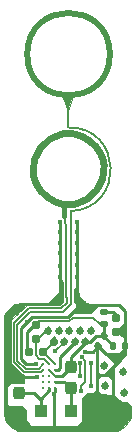
<source format=gbr>
%TF.GenerationSoftware,KiCad,Pcbnew,(7.0.0)*%
%TF.CreationDate,2024-03-13T16:55:50-07:00*%
%TF.ProjectId,2P_Miniscope_FLEX_v3,32505f4d-696e-4697-9363-6f70655f464c,rev?*%
%TF.SameCoordinates,Original*%
%TF.FileFunction,Copper,L1,Top*%
%TF.FilePolarity,Positive*%
%FSLAX46Y46*%
G04 Gerber Fmt 4.6, Leading zero omitted, Abs format (unit mm)*
G04 Created by KiCad (PCBNEW (7.0.0)) date 2024-03-13 16:55:50*
%MOMM*%
%LPD*%
G01*
G04 APERTURE LIST*
G04 Aperture macros list*
%AMRoundRect*
0 Rectangle with rounded corners*
0 $1 Rounding radius*
0 $2 $3 $4 $5 $6 $7 $8 $9 X,Y pos of 4 corners*
0 Add a 4 corners polygon primitive as box body*
4,1,4,$2,$3,$4,$5,$6,$7,$8,$9,$2,$3,0*
0 Add four circle primitives for the rounded corners*
1,1,$1+$1,$2,$3*
1,1,$1+$1,$4,$5*
1,1,$1+$1,$6,$7*
1,1,$1+$1,$8,$9*
0 Add four rect primitives between the rounded corners*
20,1,$1+$1,$2,$3,$4,$5,0*
20,1,$1+$1,$4,$5,$6,$7,0*
20,1,$1+$1,$6,$7,$8,$9,0*
20,1,$1+$1,$8,$9,$2,$3,0*%
G04 Aperture macros list end*
%TA.AperFunction,NonConductor*%
%ADD10C,0.100000*%
%TD*%
%TA.AperFunction,NonConductor*%
%ADD11C,0.200000*%
%TD*%
%TA.AperFunction,NonConductor*%
%ADD12C,0.400000*%
%TD*%
%TA.AperFunction,NonConductor*%
%ADD13C,0.600000*%
%TD*%
%TA.AperFunction,NonConductor*%
%ADD14C,0.500000*%
%TD*%
%TA.AperFunction,EtchedComponent*%
%ADD15C,0.100000*%
%TD*%
%TA.AperFunction,SMDPad,CuDef*%
%ADD16C,0.650000*%
%TD*%
%TA.AperFunction,SMDPad,CuDef*%
%ADD17C,0.700000*%
%TD*%
%TA.AperFunction,SMDPad,CuDef*%
%ADD18RoundRect,0.147500X-0.172500X0.147500X-0.172500X-0.147500X0.172500X-0.147500X0.172500X0.147500X0*%
%TD*%
%TA.AperFunction,SMDPad,CuDef*%
%ADD19C,0.250000*%
%TD*%
%TA.AperFunction,SMDPad,CuDef*%
%ADD20RoundRect,0.237500X-0.237500X0.287500X-0.237500X-0.287500X0.237500X-0.287500X0.237500X0.287500X0*%
%TD*%
%TA.AperFunction,SMDPad,CuDef*%
%ADD21RoundRect,0.237500X-0.237500X0.300000X-0.237500X-0.300000X0.237500X-0.300000X0.237500X0.300000X0*%
%TD*%
%TA.AperFunction,SMDPad,CuDef*%
%ADD22R,1.000000X1.000000*%
%TD*%
%TA.AperFunction,SMDPad,CuDef*%
%ADD23RoundRect,0.160000X-0.160000X0.197500X-0.160000X-0.197500X0.160000X-0.197500X0.160000X0.197500X0*%
%TD*%
%TA.AperFunction,SMDPad,CuDef*%
%ADD24RoundRect,0.160000X0.197500X0.160000X-0.197500X0.160000X-0.197500X-0.160000X0.197500X-0.160000X0*%
%TD*%
%TA.AperFunction,SMDPad,CuDef*%
%ADD25RoundRect,0.160000X0.160000X-0.197500X0.160000X0.197500X-0.160000X0.197500X-0.160000X-0.197500X0*%
%TD*%
%TA.AperFunction,SMDPad,CuDef*%
%ADD26RoundRect,0.140000X-0.077224X0.206244X-0.217224X-0.036244X0.077224X-0.206244X0.217224X0.036244X0*%
%TD*%
%TA.AperFunction,SMDPad,CuDef*%
%ADD27RoundRect,0.140000X-0.140000X-0.170000X0.140000X-0.170000X0.140000X0.170000X-0.140000X0.170000X0*%
%TD*%
%TA.AperFunction,ViaPad*%
%ADD28C,0.400000*%
%TD*%
%TA.AperFunction,Conductor*%
%ADD29C,0.254000*%
%TD*%
%TA.AperFunction,Conductor*%
%ADD30C,0.127000*%
%TD*%
%TA.AperFunction,Conductor*%
%ADD31C,0.203200*%
%TD*%
G04 APERTURE END LIST*
D10*
G36*
X126450000Y-62890000D02*
G01*
X126460000Y-64560000D01*
X126210000Y-64780000D01*
X125170000Y-64800000D01*
X126261250Y-63705000D01*
X126220000Y-62470000D01*
X126450000Y-62890000D01*
G37*
X126450000Y-62890000D02*
X126460000Y-64560000D01*
X126210000Y-64780000D01*
X125170000Y-64800000D01*
X126261250Y-63705000D01*
X126220000Y-62470000D01*
X126450000Y-62890000D01*
G36*
X128740000Y-64770000D02*
G01*
X129500000Y-64780000D01*
X129170000Y-65110000D01*
X128790000Y-65480000D01*
X127210000Y-65480000D01*
X127630000Y-65020000D01*
X127610000Y-64450000D01*
X127790000Y-64440000D01*
X128740000Y-64770000D01*
G37*
X128740000Y-64770000D02*
X129500000Y-64780000D01*
X129170000Y-65110000D01*
X128790000Y-65480000D01*
X127210000Y-65480000D01*
X127630000Y-65020000D01*
X127610000Y-64450000D01*
X127790000Y-64440000D01*
X128740000Y-64770000D01*
G36*
X121980000Y-69780000D02*
G01*
X123170000Y-70970000D01*
X123170000Y-71380000D01*
X122040000Y-71400000D01*
X121680000Y-71760000D01*
X121700000Y-73160000D01*
X121890000Y-73350000D01*
X122990000Y-73350000D01*
X123330000Y-73690000D01*
X123330000Y-74580000D01*
X123780000Y-75030000D01*
X127660000Y-75030000D01*
X128080000Y-74610000D01*
X128090000Y-72710000D01*
X128530000Y-72270000D01*
X129040000Y-72270000D01*
X129260000Y-72050000D01*
X129370000Y-72050000D01*
X129710000Y-72390000D01*
X130720000Y-72416000D01*
X131440000Y-73040000D01*
X131920000Y-73040000D01*
X132220000Y-73340000D01*
X132220000Y-74350000D01*
X131710000Y-75070000D01*
X131120000Y-75450000D01*
X122610000Y-75470000D01*
X122020000Y-75110000D01*
X121620000Y-74740000D01*
X121450000Y-74110000D01*
X121450000Y-66170000D01*
X121980000Y-66170000D01*
X121980000Y-69780000D01*
G37*
X121980000Y-69780000D02*
X123170000Y-70970000D01*
X123170000Y-71380000D01*
X122040000Y-71400000D01*
X121680000Y-71760000D01*
X121700000Y-73160000D01*
X121890000Y-73350000D01*
X122990000Y-73350000D01*
X123330000Y-73690000D01*
X123330000Y-74580000D01*
X123780000Y-75030000D01*
X127660000Y-75030000D01*
X128080000Y-74610000D01*
X128090000Y-72710000D01*
X128530000Y-72270000D01*
X129040000Y-72270000D01*
X129260000Y-72050000D01*
X129370000Y-72050000D01*
X129710000Y-72390000D01*
X130720000Y-72416000D01*
X131440000Y-73040000D01*
X131920000Y-73040000D01*
X132220000Y-73340000D01*
X132220000Y-74350000D01*
X131710000Y-75070000D01*
X131120000Y-75450000D01*
X122610000Y-75470000D01*
X122020000Y-75110000D01*
X121620000Y-74740000D01*
X121450000Y-74110000D01*
X121450000Y-66170000D01*
X121980000Y-66170000D01*
X121980000Y-69780000D01*
G36*
X127317500Y-47047500D02*
G01*
X127302500Y-47112500D01*
X126885000Y-48405000D01*
X126370000Y-47040000D01*
X127317500Y-47047500D01*
G37*
X127317500Y-47047500D02*
X127302500Y-47112500D01*
X126885000Y-48405000D01*
X126370000Y-47040000D01*
X127317500Y-47047500D01*
G36*
X121590000Y-66500000D02*
G01*
X121570000Y-65590000D01*
X122460000Y-64720000D01*
X123490000Y-64700000D01*
X121590000Y-66500000D01*
G37*
X121590000Y-66500000D02*
X121570000Y-65590000D01*
X122460000Y-64720000D01*
X123490000Y-64700000D01*
X121590000Y-66500000D01*
D11*
X127110000Y-56860000D02*
X127110000Y-57730000D01*
D12*
X126570000Y-56330000D02*
X126570000Y-57260000D01*
D11*
X126890000Y-47210000D02*
X126890760Y-49777500D01*
X127110000Y-56859999D02*
G75*
G03*
X126890760Y-49777501I-150000J3539999D01*
G01*
D13*
X125152405Y-55687016D02*
G75*
G03*
X125130000Y-55670000I1787595J2377016D01*
G01*
D14*
X130430000Y-43580000D02*
G75*
G03*
X130430000Y-43580000I-3500000J0D01*
G01*
%TO.C,J4*%
G36*
X127240000Y-66900000D02*
G01*
X126780000Y-66900000D01*
X127010000Y-66620000D01*
X127240000Y-66900000D01*
G37*
D15*
X127240000Y-66900000D02*
X126780000Y-66900000D01*
X127010000Y-66620000D01*
X127240000Y-66900000D01*
G36*
X128140000Y-66900000D02*
G01*
X127680000Y-66900000D01*
X127910000Y-66620000D01*
X128140000Y-66900000D01*
G37*
X128140000Y-66900000D02*
X127680000Y-66900000D01*
X127910000Y-66620000D01*
X128140000Y-66900000D01*
G36*
X129040000Y-66900000D02*
G01*
X128580000Y-66900000D01*
X128810000Y-66620000D01*
X129040000Y-66900000D01*
G37*
X129040000Y-66900000D02*
X128580000Y-66900000D01*
X128810000Y-66620000D01*
X129040000Y-66900000D01*
G36*
X128590000Y-67800000D02*
G01*
X128130000Y-67800000D01*
X128360000Y-67520000D01*
X128590000Y-67800000D01*
G37*
X128590000Y-67800000D02*
X128130000Y-67800000D01*
X128360000Y-67520000D01*
X128590000Y-67800000D01*
G36*
X127690000Y-67800000D02*
G01*
X127230000Y-67800000D01*
X127460000Y-67520000D01*
X127690000Y-67800000D01*
G37*
X127690000Y-67800000D02*
X127230000Y-67800000D01*
X127460000Y-67520000D01*
X127690000Y-67800000D01*
G36*
X126790000Y-67800000D02*
G01*
X126330000Y-67800000D01*
X126560000Y-67520000D01*
X126790000Y-67800000D01*
G37*
X126790000Y-67800000D02*
X126330000Y-67800000D01*
X126560000Y-67520000D01*
X126790000Y-67800000D01*
G36*
X126340000Y-66900000D02*
G01*
X125880000Y-66900000D01*
X126110000Y-66620000D01*
X126340000Y-66900000D01*
G37*
X126340000Y-66900000D02*
X125880000Y-66900000D01*
X126110000Y-66620000D01*
X126340000Y-66900000D01*
G36*
X125440000Y-66900000D02*
G01*
X124980000Y-66900000D01*
X125210000Y-66620000D01*
X125440000Y-66900000D01*
G37*
X125440000Y-66900000D02*
X124980000Y-66900000D01*
X125210000Y-66620000D01*
X125440000Y-66900000D01*
G36*
X125890000Y-67760000D02*
G01*
X125430000Y-67760000D01*
X125660000Y-67480000D01*
X125890000Y-67760000D01*
G37*
X125890000Y-67760000D02*
X125430000Y-67760000D01*
X125660000Y-67480000D01*
X125890000Y-67760000D01*
G36*
X130160000Y-69850000D02*
G01*
X129700000Y-69850000D01*
X129930000Y-69570000D01*
X130160000Y-69850000D01*
G37*
X130160000Y-69850000D02*
X129700000Y-69850000D01*
X129930000Y-69570000D01*
X130160000Y-69850000D01*
G36*
X131790000Y-70360000D02*
G01*
X131330000Y-70360000D01*
X131560000Y-70080000D01*
X131790000Y-70360000D01*
G37*
X131790000Y-70360000D02*
X131330000Y-70360000D01*
X131560000Y-70080000D01*
X131790000Y-70360000D01*
G36*
X130210000Y-71520000D02*
G01*
X129750000Y-71520000D01*
X129980000Y-71240000D01*
X130210000Y-71520000D01*
G37*
X130210000Y-71520000D02*
X129750000Y-71520000D01*
X129980000Y-71240000D01*
X130210000Y-71520000D01*
G36*
X131860000Y-72110000D02*
G01*
X131400000Y-72110000D01*
X131630000Y-71830000D01*
X131860000Y-72110000D01*
G37*
X131860000Y-72110000D02*
X131400000Y-72110000D01*
X131630000Y-71830000D01*
X131860000Y-72110000D01*
%TD*%
D16*
%TO.P,J4,12*%
%TO.N,Net-(J3-Pad2)*%
X131630000Y-72260000D03*
%TO.P,J4,13*%
%TO.N,Net-(J3-Pad1)*%
X129980000Y-71670000D03*
%TO.P,J4,10*%
%TO.N,Net-(J1-Pad2)*%
X131560000Y-70510000D03*
%TO.P,J4,11*%
%TO.N,Net-(J1-Pad1)*%
X129930000Y-70000000D03*
%TO.P,J4,9*%
%TO.N,GND1*%
X128810000Y-67050000D03*
%TO.P,J4,8*%
%TO.N,+5V*%
X128360000Y-67950000D03*
%TO.P,J4,7*%
%TO.N,/X-*%
X127910000Y-67050000D03*
%TO.P,J4,6*%
%TO.N,GND*%
X127460000Y-67950000D03*
%TO.P,J4,5*%
%TO.N,/X+*%
X127010000Y-67050000D03*
%TO.P,J4,4*%
%TO.N,/Y+*%
X126560000Y-67950000D03*
%TO.P,J4,3*%
%TO.N,/Y-*%
X126110000Y-67050000D03*
D17*
%TO.P,J4,2*%
%TO.N,/SDA*%
X125660000Y-67950000D03*
D16*
%TO.P,J4,1*%
%TO.N,/SCL*%
X125210000Y-67050000D03*
%TD*%
D18*
%TO.P,D1,2*%
%TO.N,+5V*%
X129920000Y-66395000D03*
%TO.P,D1,1*%
%TO.N,Net-(D1-Pad1)*%
X129920000Y-65425000D03*
%TD*%
D19*
%TO.P,U2,C5*%
%TO.N,Net-(U2-PadC5)*%
X124810000Y-71830000D03*
%TO.P,U2,C4*%
%TO.N,Net-(U2-PadC4)*%
X124810000Y-71330000D03*
%TO.P,U2,C3*%
%TO.N,Net-(U2-PadC3)*%
X124810000Y-70830000D03*
%TO.P,U2,C2*%
%TO.N,/ETL_1*%
X124810000Y-70330000D03*
%TO.P,U2,C1*%
%TO.N,/ETL_2*%
X124810000Y-69830000D03*
%TO.P,U2,B5*%
%TO.N,Net-(C3-Pad1)*%
X125310000Y-71830000D03*
%TO.P,U2,B4*%
%TO.N,Net-(U2-PadB4)*%
X125310000Y-71330000D03*
%TO.P,U2,B3*%
%TO.N,Net-(U2-PadB3)*%
X125310000Y-70830000D03*
%TO.P,U2,B2*%
%TO.N,+5V*%
X125310000Y-70330000D03*
%TO.P,U2,B1*%
%TO.N,/SCL*%
X125310000Y-69830000D03*
%TO.P,U2,A5*%
%TO.N,GND*%
X125810000Y-71830000D03*
%TO.P,U2,A4*%
%TO.N,Net-(D2-Pad2)*%
X125810000Y-71330000D03*
%TO.P,U2,A3*%
%TO.N,+5V*%
X125810000Y-70830000D03*
%TO.P,U2,A2*%
%TO.N,GND*%
X125810000Y-70330000D03*
%TO.P,U2,A1*%
%TO.N,/SDA*%
X125810000Y-69830000D03*
%TD*%
D20*
%TO.P,L1,2*%
%TO.N,Net-(D2-Pad2)*%
X127100000Y-71845000D03*
%TO.P,L1,1*%
%TO.N,+5V*%
X127100000Y-70095000D03*
%TD*%
D21*
%TO.P,C3,2*%
%TO.N,GND*%
X122760000Y-74002500D03*
%TO.P,C3,1*%
%TO.N,Net-(C3-Pad1)*%
X122760000Y-72277500D03*
%TD*%
D22*
%TO.P,D2,2*%
%TO.N,Net-(D2-Pad2)*%
X127099999Y-73749999D03*
%TO.P,D2,1*%
%TO.N,Net-(C3-Pad1)*%
X124599999Y-73749999D03*
%TD*%
D23*
%TO.P,R1,2*%
%TO.N,GND*%
X130990000Y-67087500D03*
%TO.P,R1,1*%
%TO.N,Net-(D1-Pad1)*%
X130990000Y-65892500D03*
%TD*%
D24*
%TO.P,R2,2*%
%TO.N,+5V*%
X123562500Y-68780000D03*
%TO.P,R2,1*%
%TO.N,/SDA*%
X124757500Y-68780000D03*
%TD*%
D25*
%TO.P,R3,2*%
%TO.N,+5V*%
X124150000Y-66502500D03*
%TO.P,R3,1*%
%TO.N,/SCL*%
X124150000Y-67697500D03*
%TD*%
D26*
%TO.P,C2,2*%
%TO.N,GND*%
X129460000Y-68305692D03*
%TO.P,C2,1*%
%TO.N,+5V*%
X129940000Y-67474308D03*
%TD*%
D27*
%TO.P,C1,2*%
%TO.N,GND*%
X131670000Y-68250000D03*
%TO.P,C1,1*%
%TO.N,+5V*%
X130710000Y-68250000D03*
%TD*%
D28*
%TO.N,GND*%
X127490000Y-67910000D03*
X126234410Y-57755590D03*
X127625590Y-57754410D03*
X127625590Y-58614410D03*
X127625590Y-59534410D03*
X127625590Y-60454410D03*
X127625590Y-61464410D03*
X127625590Y-62444410D03*
X127625590Y-62444410D03*
X126234410Y-62465590D03*
X126234410Y-61485590D03*
X126234410Y-60435590D03*
X126234410Y-59545590D03*
X126234410Y-58645590D03*
X128300000Y-68760000D03*
X123416789Y-66256789D03*
X122545000Y-65485000D03*
X125700599Y-72339401D03*
X124200000Y-69820000D03*
X124220000Y-70950000D03*
X131272711Y-74877289D03*
X130707711Y-74227711D03*
X130157711Y-73762289D03*
X130132711Y-74877289D03*
X131272711Y-73737289D03*
X131892289Y-74227711D03*
%TO.N,/Y+*%
X125750000Y-68750000D03*
X126590000Y-67910000D03*
X127940000Y-69745534D03*
X127940000Y-70860000D03*
%TO.N,/Y-*%
X126140000Y-67030000D03*
%TO.N,/X-*%
X127940000Y-67040000D03*
X128820000Y-69690000D03*
X128814099Y-71694099D03*
%TO.N,/X+*%
X127050000Y-67060000D03*
X128040000Y-69230000D03*
X128020000Y-72110000D03*
%TO.N,GND1*%
X128830000Y-67060000D03*
%TD*%
D29*
%TO.N,GND*%
X131670000Y-68799000D02*
X131670000Y-68560000D01*
X131355000Y-69114000D02*
X131670000Y-68799000D01*
X131280000Y-69114000D02*
X131355000Y-69114000D01*
X131280000Y-69114000D02*
X131280000Y-69504751D01*
X131280000Y-68950000D02*
X131280000Y-69114000D01*
X131736000Y-68316000D02*
X131670000Y-68250000D01*
X131736000Y-68987000D02*
X131736000Y-68316000D01*
X131280000Y-69443000D02*
X131736000Y-68987000D01*
X131280000Y-69504751D02*
X131280000Y-69443000D01*
X130212000Y-68987000D02*
X130974000Y-69749000D01*
X130974000Y-69749000D02*
X130974000Y-69495000D01*
X130974000Y-69810751D02*
X130974000Y-69749000D01*
X130212000Y-68950000D02*
X130429000Y-68950000D01*
X130212000Y-68950000D02*
X130212000Y-68987000D01*
X130104308Y-68950000D02*
X130212000Y-68950000D01*
X130429000Y-68950000D02*
X130974000Y-69495000D01*
X131609000Y-67209000D02*
X131609000Y-66955000D01*
X131609000Y-67209000D02*
X131465250Y-67352750D01*
X131704500Y-67113500D02*
X131609000Y-67209000D01*
X131704500Y-67087500D02*
X131704500Y-67113500D01*
X131200000Y-67087500D02*
X131465250Y-67352750D01*
X131465250Y-67352750D02*
X131670000Y-67557500D01*
X131704500Y-67087500D02*
X131710000Y-67082000D01*
X131710000Y-67082000D02*
X131710000Y-68210000D01*
X131710000Y-66701000D02*
X131710000Y-67082000D01*
X130990000Y-67087500D02*
X131704500Y-67087500D01*
X131042500Y-67087500D02*
X131710000Y-66420000D01*
X130990000Y-67087500D02*
X131042500Y-67087500D01*
X131710000Y-66701000D02*
X131609000Y-66701000D01*
X131609000Y-66701000D02*
X131222500Y-67087500D01*
X131710000Y-66420000D02*
X131710000Y-66701000D01*
X131222500Y-67087500D02*
X130990000Y-67087500D01*
X131710000Y-68210000D02*
X131670000Y-68250000D01*
X130720000Y-72717777D02*
X130717940Y-72717798D01*
X130720000Y-71908000D02*
X130720000Y-72717777D01*
X130720000Y-71908000D02*
X130720000Y-72060600D01*
X130720000Y-71146000D02*
X130720000Y-71908000D01*
X130593000Y-70511000D02*
X130720000Y-70384000D01*
X130720000Y-70384000D02*
X130720000Y-70511000D01*
X130466000Y-70511000D02*
X130593000Y-70511000D01*
X130720000Y-70064750D02*
X130720000Y-70384000D01*
X130314000Y-70663000D02*
X130314000Y-70740000D01*
X130466000Y-70511000D02*
X130314000Y-70663000D01*
X130466000Y-70511000D02*
X130369875Y-70414875D01*
X130720000Y-70511000D02*
X130466000Y-70511000D01*
X130369875Y-70414875D02*
X130814375Y-69970375D01*
X130720000Y-70511000D02*
X130720000Y-70638000D01*
X130044751Y-70740000D02*
X130369875Y-70414875D01*
X130720000Y-70638000D02*
X130720000Y-71146000D01*
X130314000Y-70740000D02*
X130618000Y-70740000D01*
X130618000Y-70740000D02*
X130720000Y-70638000D01*
X130314000Y-70740000D02*
X130720000Y-71146000D01*
X130044751Y-70740000D02*
X130314000Y-70740000D01*
X130814375Y-69970375D02*
X130720000Y-70064750D01*
X130814375Y-69970375D02*
X130974000Y-69810751D01*
X130720000Y-68950000D02*
X130974000Y-68950000D01*
X130974000Y-69495000D02*
X130974000Y-69204000D01*
X130104308Y-68950000D02*
X130720000Y-68950000D01*
X130974000Y-69204000D02*
X130720000Y-68950000D01*
X130974000Y-69495000D02*
X130974000Y-68950000D01*
X131101000Y-69495000D02*
X131195376Y-69589376D01*
X131195376Y-69589376D02*
X130974000Y-69810751D01*
X131101000Y-68950000D02*
X131280000Y-68950000D01*
X131280000Y-69504751D02*
X131195376Y-69589376D01*
X131101000Y-68950000D02*
X131101000Y-69495000D01*
X130974000Y-68950000D02*
X131101000Y-68950000D01*
X131670000Y-67557500D02*
X131670000Y-68560000D01*
X131670000Y-68560000D02*
X131280000Y-68950000D01*
X130990000Y-67087500D02*
X131200000Y-67087500D01*
D30*
X131670000Y-68250000D02*
X131670000Y-67844000D01*
D29*
X131670000Y-67844000D02*
X131670000Y-67557500D01*
D30*
X131670000Y-68250000D02*
X131670000Y-68560000D01*
D29*
X129570000Y-70740000D02*
X130044751Y-70740000D01*
X129508802Y-70740000D02*
X129570000Y-70740000D01*
X129319401Y-70550599D02*
X129508802Y-70740000D01*
X129570000Y-70740000D02*
X129319401Y-70990599D01*
X127490000Y-67910000D02*
X127490000Y-67910000D01*
X127490000Y-67910000D02*
X127460000Y-67940000D01*
X127740000Y-63847158D02*
X127625590Y-63732748D01*
X127740000Y-64130000D02*
X127740000Y-63847158D01*
X127625590Y-63732748D02*
X127625590Y-63036090D01*
X127625590Y-63036090D02*
X127625590Y-57700000D01*
X128205590Y-64595590D02*
X128205590Y-64714410D01*
X127740000Y-64130000D02*
X128205590Y-64595590D01*
X127470000Y-63500000D02*
X127625590Y-63344410D01*
X127470000Y-64510000D02*
X127470000Y-63500000D01*
X127580000Y-64510000D02*
X127720000Y-64370000D01*
X127580000Y-64620000D02*
X127580000Y-64510000D01*
X127720000Y-64370000D02*
X127830000Y-64480000D01*
X127625590Y-64275590D02*
X127720000Y-64370000D01*
X127674410Y-64714410D02*
X127580000Y-64620000D01*
X127580000Y-64620000D02*
X127470000Y-64510000D01*
X128025590Y-64675590D02*
X127830000Y-64480000D01*
X128025590Y-64714410D02*
X128025590Y-64675590D01*
X128205590Y-64714410D02*
X128025590Y-64714410D01*
X128025590Y-64714410D02*
X127674410Y-64714410D01*
X127674410Y-64635590D02*
X127830000Y-64480000D01*
X127674410Y-64714410D02*
X127674410Y-64635590D01*
X127625590Y-63344410D02*
X127625590Y-63735590D01*
X127625590Y-63735590D02*
X127625590Y-64275590D01*
X125346479Y-75289401D02*
X125510599Y-75289401D01*
X121595248Y-65610590D02*
X121597705Y-65602295D01*
X121590000Y-69424024D02*
X121590000Y-65632445D01*
X121592988Y-69427012D02*
X121590000Y-69424024D01*
X121590000Y-65632445D02*
X121595248Y-65610590D01*
X121592988Y-72372988D02*
X121592988Y-69427012D01*
X122760000Y-74870000D02*
X123179401Y-75289401D01*
X122760000Y-74002500D02*
X122760000Y-74870000D01*
X125510599Y-75289401D02*
X123179401Y-75289401D01*
X121592988Y-73310488D02*
X121592988Y-72372988D01*
X122285000Y-74002500D02*
X121592988Y-73310488D01*
X122760000Y-74002500D02*
X122285000Y-74002500D01*
X127625590Y-65079356D02*
X126864946Y-65840000D01*
X127625590Y-62444410D02*
X127625590Y-65079356D01*
X122925590Y-66747988D02*
X123416789Y-66256789D01*
X123833578Y-65840000D02*
X126864946Y-65840000D01*
X123416789Y-66256789D02*
X123833578Y-65840000D01*
X122050000Y-65150000D02*
X122210000Y-65150000D01*
X122210000Y-65150000D02*
X122545000Y-65485000D01*
X122545000Y-65485000D02*
X122606698Y-65546698D01*
X125810000Y-72180000D02*
X125700599Y-72289401D01*
X125700599Y-72289401D02*
X125700599Y-72339401D01*
X125510599Y-75289401D02*
X125700599Y-75289401D01*
X125700599Y-72289401D02*
X125700599Y-72289401D01*
X121750000Y-65450000D02*
X121750000Y-65910000D01*
X121597705Y-65602295D02*
X121750000Y-65450000D01*
X121750000Y-65450000D02*
X122050000Y-65150000D01*
X121750000Y-65910000D02*
X121909540Y-66069540D01*
X126214401Y-69185599D02*
X127490000Y-67910000D01*
X126214401Y-70125599D02*
X126214401Y-69185599D01*
X126010000Y-70330000D02*
X126214401Y-70125599D01*
X125810000Y-70330000D02*
X126010000Y-70330000D01*
X125810000Y-71830000D02*
X125810000Y-72180000D01*
X125700599Y-72339401D02*
X125700599Y-75289401D01*
X122925590Y-66747988D02*
X122925590Y-69375590D01*
X122925590Y-69375590D02*
X123370000Y-69820000D01*
X123370000Y-69820000D02*
X124200000Y-69820000D01*
X124200000Y-69820000D02*
X124200000Y-69820000D01*
X121909540Y-66269540D02*
X121960360Y-66320360D01*
X121909540Y-66069540D02*
X121909540Y-66269540D01*
X121960360Y-69775399D02*
X123043182Y-70858221D01*
X121960360Y-66320360D02*
X121960360Y-69775399D01*
X123043182Y-70858221D02*
X123043182Y-70863182D01*
X123043182Y-70863182D02*
X123130000Y-70950000D01*
X123130000Y-70950000D02*
X124220000Y-70950000D01*
X124220000Y-70950000D02*
X124220000Y-70950000D01*
X125700599Y-75289401D02*
X125840599Y-75289401D01*
X129005692Y-68760000D02*
X129460000Y-68305692D01*
X128300000Y-68760000D02*
X129005692Y-68760000D01*
X131670000Y-67557500D02*
X131070000Y-66957500D01*
X129460000Y-68305692D02*
X130104308Y-68950000D01*
X128649401Y-75289401D02*
X128659401Y-75289401D01*
X125840599Y-75289401D02*
X128649401Y-75289401D01*
X128649401Y-75289401D02*
X129910599Y-75289401D01*
D30*
X129910599Y-75289401D02*
X130860599Y-75289401D01*
X131670000Y-68250000D02*
X131859819Y-68250000D01*
D29*
X129449401Y-74499401D02*
X129635599Y-74313203D01*
D30*
X129389099Y-74439099D02*
X129449401Y-74499401D01*
D29*
X128659401Y-75289401D02*
X129319401Y-74629401D01*
X129319401Y-74629401D02*
X129449401Y-74499401D01*
D30*
X129319401Y-74629401D02*
X129319401Y-72900599D01*
D31*
X131670000Y-68250000D02*
X131806019Y-68250000D01*
X129910599Y-75289401D02*
X130550599Y-75289401D01*
X130550599Y-74384822D02*
X130707711Y-74227711D01*
X130550599Y-75289401D02*
X130550599Y-74384822D01*
D29*
X129319401Y-72900599D02*
X129319401Y-70990599D01*
X121960360Y-66320360D02*
X121960360Y-65989640D01*
X129667289Y-73662711D02*
X129635599Y-73694401D01*
D30*
X129635599Y-74313203D02*
X129635599Y-73694401D01*
D29*
X131272711Y-73662711D02*
X131272711Y-73737289D01*
X131094387Y-75289401D02*
X130860599Y-75289401D01*
X131148555Y-75279362D02*
X131094387Y-75289401D01*
X131151296Y-75278704D02*
X131148555Y-75279362D01*
X131272711Y-75157289D02*
X131151296Y-75278704D01*
X131272711Y-74877289D02*
X131272711Y-75157289D01*
X129635599Y-74864401D02*
X129635599Y-73654401D01*
X129622711Y-74877289D02*
X129635599Y-74864401D01*
D30*
X129635599Y-73654401D02*
X129635599Y-73424401D01*
X129635599Y-73694401D02*
X129635599Y-73654401D01*
D29*
X131272711Y-74877289D02*
X130602711Y-74207289D01*
X129822711Y-73662711D02*
X129667289Y-73662711D01*
X130058133Y-73662711D02*
X129987289Y-73662711D01*
X131272711Y-73662711D02*
X129822711Y-73662711D01*
X130052711Y-74877289D02*
X129622711Y-74877289D01*
X130602711Y-74207289D02*
X130157711Y-73762289D01*
X129987289Y-73662711D02*
X129822711Y-73662711D01*
D31*
X130707711Y-74227711D02*
X131272711Y-73662711D01*
D29*
X130157711Y-73762289D02*
X130058133Y-73662711D01*
X130132711Y-74877289D02*
X130052711Y-74877289D01*
X131710000Y-65633578D02*
X131700000Y-65623578D01*
X131710000Y-66420000D02*
X131710000Y-65633578D01*
X131700000Y-65623578D02*
X131700000Y-65300000D01*
X131700000Y-65300000D02*
X131180000Y-64780000D01*
X128390000Y-64780000D02*
X128205590Y-64595590D01*
X131180000Y-64780000D02*
X128390000Y-64780000D01*
X131272711Y-73737289D02*
X131272711Y-74877289D01*
X129325599Y-70044401D02*
X129325599Y-68504401D01*
X129319401Y-70050599D02*
X129325599Y-70044401D01*
X129325599Y-68504401D02*
X129460000Y-68370000D01*
X129319401Y-70550599D02*
X129319401Y-70050599D01*
X129319401Y-70990599D02*
X129319401Y-70550599D01*
X126234410Y-63755590D02*
X126234410Y-63046090D01*
X125265590Y-64724410D02*
X126234410Y-63755590D01*
X122775590Y-64724410D02*
X125265590Y-64724410D01*
X122728087Y-64771913D02*
X122775590Y-64724410D01*
X122418087Y-64771913D02*
X122728087Y-64771913D01*
X122170000Y-65020000D02*
X122418087Y-64771913D01*
X126234410Y-63046090D02*
X126234410Y-57680000D01*
X122170000Y-65030000D02*
X122170000Y-65020000D01*
X122050000Y-65150000D02*
X122170000Y-65030000D01*
D30*
%TO.N,/Y+*%
X126590000Y-67910000D02*
X126590000Y-67910000D01*
X125750000Y-68750000D02*
X125750000Y-68750000D01*
X126590000Y-67910000D02*
X125750000Y-68750000D01*
X127940000Y-69745534D02*
X127940000Y-70860000D01*
X127940000Y-70860000D02*
X127940000Y-70860000D01*
%TO.N,/X-*%
X128814099Y-69695901D02*
X128820000Y-69690000D01*
X128814099Y-71694099D02*
X128814099Y-69695901D01*
%TO.N,/X+*%
X128355901Y-69545901D02*
X128355901Y-71304099D01*
X128040000Y-69230000D02*
X128355901Y-69545901D01*
X128355901Y-71304099D02*
X128020000Y-71640000D01*
X128020000Y-71640000D02*
X128020000Y-72110000D01*
X128020000Y-72110000D02*
X128020000Y-72110000D01*
%TO.N,/ETL_1*%
X123562309Y-65100590D02*
X126329410Y-65100590D01*
X122303270Y-66359629D02*
X123562309Y-65100590D01*
X122303270Y-69633362D02*
X122303270Y-66359629D01*
X123185219Y-70515311D02*
X122303270Y-69633362D01*
X124624689Y-70515311D02*
X123185219Y-70515311D01*
X124810000Y-70330000D02*
X124624689Y-70515311D01*
X126329410Y-65100590D02*
X126760000Y-64670000D01*
X126760000Y-64170000D02*
X126750000Y-64160000D01*
X126760000Y-64670000D02*
X126760000Y-64170000D01*
X126750000Y-64160000D02*
X126750000Y-58310000D01*
X126750000Y-58010000D02*
X126650311Y-57910311D01*
X126750000Y-58310000D02*
X126750000Y-58010000D01*
X126650311Y-57370311D02*
X126555910Y-57275910D01*
X126650311Y-57910311D02*
X126650311Y-57370311D01*
X126555910Y-57275910D02*
X126555910Y-56904090D01*
%TO.N,/ETL_2*%
X122582680Y-69517627D02*
X122582680Y-66475364D01*
X122582680Y-66475364D02*
X123678044Y-65380000D01*
X123300954Y-70235901D02*
X122582680Y-69517627D01*
X124404099Y-70235901D02*
X123300954Y-70235901D01*
X124810000Y-69830000D02*
X124404099Y-70235901D01*
X123678044Y-65380000D02*
X125760000Y-65380000D01*
X125760000Y-65380000D02*
X126460000Y-65380000D01*
X127127090Y-64712910D02*
X127127090Y-58045910D01*
X126460000Y-65380000D02*
X127127090Y-64712910D01*
X127127090Y-58045910D02*
X127127090Y-57492910D01*
%TO.N,/SDA*%
X125690000Y-67910000D02*
X124820000Y-68780000D01*
X124757500Y-68780000D02*
X124757500Y-68817500D01*
X124757500Y-68780000D02*
X124820000Y-68780000D01*
X124760000Y-68780000D02*
X125810000Y-69830000D01*
X124757500Y-68780000D02*
X124760000Y-68780000D01*
%TO.N,/SCL*%
X125240000Y-67010000D02*
X125240000Y-67237500D01*
X124322500Y-67927500D02*
X124160000Y-67927500D01*
X125240000Y-67010000D02*
X125240000Y-67165732D01*
X125240000Y-67010000D02*
X125020000Y-67010000D01*
X124332500Y-67697500D02*
X124150000Y-67697500D01*
X125020000Y-67010000D02*
X124332500Y-67697500D01*
X124150000Y-69061618D02*
X124448382Y-69360000D01*
X124150000Y-67697500D02*
X124150000Y-69061618D01*
X124840000Y-69360000D02*
X124800000Y-69360000D01*
X125310000Y-69830000D02*
X124840000Y-69360000D01*
X124448382Y-69360000D02*
X124800000Y-69360000D01*
D29*
%TO.N,+5V*%
X127100000Y-69200000D02*
X127100000Y-70095000D01*
X128390000Y-67910000D02*
X127100000Y-69200000D01*
D30*
X127309892Y-65880000D02*
X127006983Y-66182910D01*
X124469590Y-66182910D02*
X124150000Y-66502500D01*
X127006983Y-66182910D02*
X124469590Y-66182910D01*
D29*
X126365000Y-70830000D02*
X127100000Y-70095000D01*
X125810000Y-70830000D02*
X126365000Y-70830000D01*
D30*
X125810000Y-70830000D02*
X125310000Y-70330000D01*
D29*
X124150000Y-66502500D02*
X124017500Y-66502500D01*
X124017500Y-66502500D02*
X123440000Y-67080000D01*
X123440000Y-68657500D02*
X123562500Y-68780000D01*
X123440000Y-67080000D02*
X123440000Y-68657500D01*
X129215311Y-67474308D02*
X129940000Y-67474308D01*
X128769619Y-67920000D02*
X129215311Y-67474308D01*
X128310000Y-67920000D02*
X128769619Y-67920000D01*
X129920000Y-67454308D02*
X129940000Y-67474308D01*
X129920000Y-66395000D02*
X129920000Y-67454308D01*
X130710000Y-68244308D02*
X129940000Y-67474308D01*
X130710000Y-68250000D02*
X130710000Y-68244308D01*
D30*
X129920000Y-66395000D02*
X129555000Y-66395000D01*
X129040000Y-65880000D02*
X127309892Y-65880000D01*
X129555000Y-66395000D02*
X129040000Y-65880000D01*
D29*
%TO.N,Net-(C3-Pad1)*%
X122760000Y-72277500D02*
X123097500Y-72277500D01*
X124570000Y-73750000D02*
X124600000Y-73750000D01*
X124600000Y-72730486D02*
X124600000Y-73750000D01*
X125310000Y-72020486D02*
X124600000Y-72730486D01*
X125310000Y-71830000D02*
X125310000Y-72020486D01*
X124600000Y-73750000D02*
X124600000Y-72830000D01*
X124047500Y-72277500D02*
X122760000Y-72277500D01*
X124600000Y-72830000D02*
X124047500Y-72277500D01*
%TO.N,Net-(D1-Pad1)*%
X130732500Y-65425000D02*
X131070000Y-65762500D01*
X129920000Y-65425000D02*
X130732500Y-65425000D01*
%TO.N,Net-(D2-Pad2)*%
X126810000Y-73460000D02*
X127100000Y-73750000D01*
X126585000Y-71330000D02*
X127100000Y-71845000D01*
X125810000Y-71330000D02*
X126585000Y-71330000D01*
X127100000Y-73750000D02*
X127100000Y-71845000D01*
D30*
%TO.N,Net-(J3-Pad2)*%
X131580000Y-72230000D02*
X131700320Y-72109680D01*
X131580000Y-72230000D02*
X131700000Y-72230000D01*
%TO.N,Net-(J1-Pad2)*%
X131584406Y-70405594D02*
X131510000Y-70480000D01*
X131669370Y-70470630D02*
X131650000Y-70490000D01*
%TO.N,Net-(J3-Pad1)*%
X129930000Y-71640000D02*
X129930000Y-71530000D01*
X129930000Y-71640000D02*
X130030000Y-71540000D01*
%TD*%
M02*

</source>
